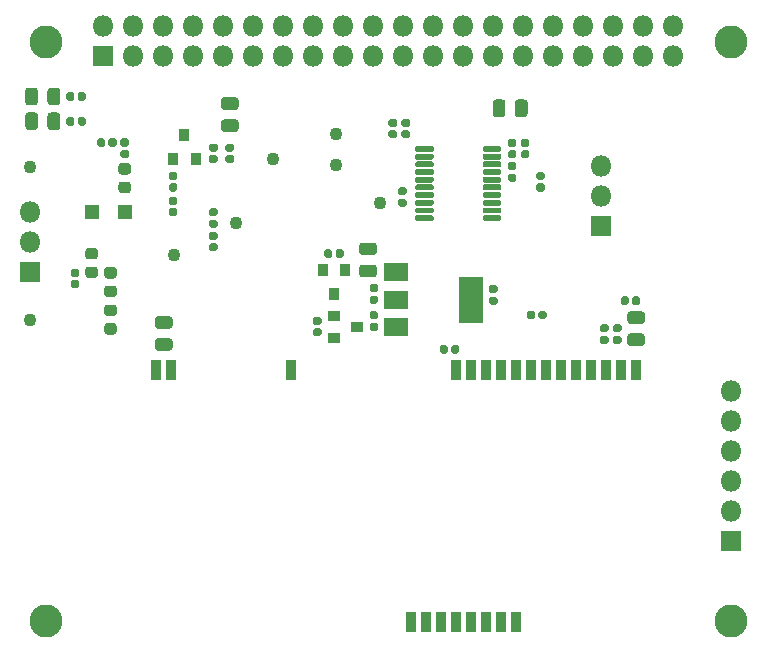
<source format=gbr>
G04 #@! TF.GenerationSoftware,KiCad,Pcbnew,(5.1.6)-1*
G04 #@! TF.CreationDate,2020-06-25T17:10:26+02:00*
G04 #@! TF.ProjectId,plc-EV-rpi,706c632d-4556-42d7-9270-692e6b696361,rev?*
G04 #@! TF.SameCoordinates,Original*
G04 #@! TF.FileFunction,Soldermask,Top*
G04 #@! TF.FilePolarity,Negative*
%FSLAX46Y46*%
G04 Gerber Fmt 4.6, Leading zero omitted, Abs format (unit mm)*
G04 Created by KiCad (PCBNEW (5.1.6)-1) date 2020-06-25 17:10:26*
%MOMM*%
%LPD*%
G01*
G04 APERTURE LIST*
%ADD10O,1.800000X1.800000*%
%ADD11R,1.800000X1.800000*%
%ADD12C,1.100000*%
%ADD13R,0.950000X1.800000*%
%ADD14R,2.100000X1.600000*%
%ADD15R,2.100000X3.900000*%
%ADD16R,1.000000X0.900000*%
%ADD17R,0.900000X1.000000*%
%ADD18R,1.200000X1.200000*%
%ADD19C,2.800000*%
G04 APERTURE END LIST*
G04 #@! TO.C,R601*
G36*
G01*
X182097500Y-91675000D02*
X181702500Y-91675000D01*
G75*
G02*
X181530000Y-91502500I0J172500D01*
G01*
X181530000Y-91157500D01*
G75*
G02*
X181702500Y-90985000I172500J0D01*
G01*
X182097500Y-90985000D01*
G75*
G02*
X182270000Y-91157500I0J-172500D01*
G01*
X182270000Y-91502500D01*
G75*
G02*
X182097500Y-91675000I-172500J0D01*
G01*
G37*
G36*
G01*
X182097500Y-92645000D02*
X181702500Y-92645000D01*
G75*
G02*
X181530000Y-92472500I0J172500D01*
G01*
X181530000Y-92127500D01*
G75*
G02*
X181702500Y-91955000I172500J0D01*
G01*
X182097500Y-91955000D01*
G75*
G02*
X182270000Y-92127500I0J-172500D01*
G01*
X182270000Y-92472500D01*
G75*
G02*
X182097500Y-92645000I-172500J0D01*
G01*
G37*
G04 #@! TD*
D10*
G04 #@! TO.C,J601*
X187000000Y-90460000D03*
X187000000Y-93000000D03*
D11*
X187000000Y-95540000D03*
G04 #@! TD*
G04 #@! TO.C,D601*
G36*
G01*
X179737500Y-86081250D02*
X179737500Y-85118750D01*
G75*
G02*
X180006250Y-84850000I268750J0D01*
G01*
X180543750Y-84850000D01*
G75*
G02*
X180812500Y-85118750I0J-268750D01*
G01*
X180812500Y-86081250D01*
G75*
G02*
X180543750Y-86350000I-268750J0D01*
G01*
X180006250Y-86350000D01*
G75*
G02*
X179737500Y-86081250I0J268750D01*
G01*
G37*
G36*
G01*
X177862500Y-86081250D02*
X177862500Y-85118750D01*
G75*
G02*
X178131250Y-84850000I268750J0D01*
G01*
X178668750Y-84850000D01*
G75*
G02*
X178937500Y-85118750I0J-268750D01*
G01*
X178937500Y-86081250D01*
G75*
G02*
X178668750Y-86350000I-268750J0D01*
G01*
X178131250Y-86350000D01*
G75*
G02*
X177862500Y-86081250I0J268750D01*
G01*
G37*
G04 #@! TD*
D12*
G04 #@! TO.C,TP603*
X168300000Y-93600000D03*
G04 #@! TD*
G04 #@! TO.C,TP602*
X164600000Y-90400000D03*
G04 #@! TD*
G04 #@! TO.C,TP601*
X164600000Y-87800000D03*
G04 #@! TD*
G04 #@! TO.C,TP401*
X138700000Y-103500000D03*
G04 #@! TD*
G04 #@! TO.C,TP304*
X156100000Y-95300000D03*
G04 #@! TD*
G04 #@! TO.C,TP303*
X150900000Y-98000000D03*
G04 #@! TD*
G04 #@! TO.C,TP302*
X159300000Y-89900000D03*
G04 #@! TD*
G04 #@! TO.C,TP301*
X138700000Y-90600000D03*
G04 #@! TD*
G04 #@! TO.C,U601*
G36*
G01*
X172862500Y-94775000D02*
X172862500Y-95025000D01*
G75*
G02*
X172737500Y-95150000I-125000J0D01*
G01*
X171412500Y-95150000D01*
G75*
G02*
X171287500Y-95025000I0J125000D01*
G01*
X171287500Y-94775000D01*
G75*
G02*
X171412500Y-94650000I125000J0D01*
G01*
X172737500Y-94650000D01*
G75*
G02*
X172862500Y-94775000I0J-125000D01*
G01*
G37*
G36*
G01*
X172862500Y-94125000D02*
X172862500Y-94375000D01*
G75*
G02*
X172737500Y-94500000I-125000J0D01*
G01*
X171412500Y-94500000D01*
G75*
G02*
X171287500Y-94375000I0J125000D01*
G01*
X171287500Y-94125000D01*
G75*
G02*
X171412500Y-94000000I125000J0D01*
G01*
X172737500Y-94000000D01*
G75*
G02*
X172862500Y-94125000I0J-125000D01*
G01*
G37*
G36*
G01*
X172862500Y-93475000D02*
X172862500Y-93725000D01*
G75*
G02*
X172737500Y-93850000I-125000J0D01*
G01*
X171412500Y-93850000D01*
G75*
G02*
X171287500Y-93725000I0J125000D01*
G01*
X171287500Y-93475000D01*
G75*
G02*
X171412500Y-93350000I125000J0D01*
G01*
X172737500Y-93350000D01*
G75*
G02*
X172862500Y-93475000I0J-125000D01*
G01*
G37*
G36*
G01*
X172862500Y-92825000D02*
X172862500Y-93075000D01*
G75*
G02*
X172737500Y-93200000I-125000J0D01*
G01*
X171412500Y-93200000D01*
G75*
G02*
X171287500Y-93075000I0J125000D01*
G01*
X171287500Y-92825000D01*
G75*
G02*
X171412500Y-92700000I125000J0D01*
G01*
X172737500Y-92700000D01*
G75*
G02*
X172862500Y-92825000I0J-125000D01*
G01*
G37*
G36*
G01*
X172862500Y-92175000D02*
X172862500Y-92425000D01*
G75*
G02*
X172737500Y-92550000I-125000J0D01*
G01*
X171412500Y-92550000D01*
G75*
G02*
X171287500Y-92425000I0J125000D01*
G01*
X171287500Y-92175000D01*
G75*
G02*
X171412500Y-92050000I125000J0D01*
G01*
X172737500Y-92050000D01*
G75*
G02*
X172862500Y-92175000I0J-125000D01*
G01*
G37*
G36*
G01*
X172862500Y-91525000D02*
X172862500Y-91775000D01*
G75*
G02*
X172737500Y-91900000I-125000J0D01*
G01*
X171412500Y-91900000D01*
G75*
G02*
X171287500Y-91775000I0J125000D01*
G01*
X171287500Y-91525000D01*
G75*
G02*
X171412500Y-91400000I125000J0D01*
G01*
X172737500Y-91400000D01*
G75*
G02*
X172862500Y-91525000I0J-125000D01*
G01*
G37*
G36*
G01*
X172862500Y-90875000D02*
X172862500Y-91125000D01*
G75*
G02*
X172737500Y-91250000I-125000J0D01*
G01*
X171412500Y-91250000D01*
G75*
G02*
X171287500Y-91125000I0J125000D01*
G01*
X171287500Y-90875000D01*
G75*
G02*
X171412500Y-90750000I125000J0D01*
G01*
X172737500Y-90750000D01*
G75*
G02*
X172862500Y-90875000I0J-125000D01*
G01*
G37*
G36*
G01*
X172862500Y-90225000D02*
X172862500Y-90475000D01*
G75*
G02*
X172737500Y-90600000I-125000J0D01*
G01*
X171412500Y-90600000D01*
G75*
G02*
X171287500Y-90475000I0J125000D01*
G01*
X171287500Y-90225000D01*
G75*
G02*
X171412500Y-90100000I125000J0D01*
G01*
X172737500Y-90100000D01*
G75*
G02*
X172862500Y-90225000I0J-125000D01*
G01*
G37*
G36*
G01*
X172862500Y-89575000D02*
X172862500Y-89825000D01*
G75*
G02*
X172737500Y-89950000I-125000J0D01*
G01*
X171412500Y-89950000D01*
G75*
G02*
X171287500Y-89825000I0J125000D01*
G01*
X171287500Y-89575000D01*
G75*
G02*
X171412500Y-89450000I125000J0D01*
G01*
X172737500Y-89450000D01*
G75*
G02*
X172862500Y-89575000I0J-125000D01*
G01*
G37*
G36*
G01*
X172862500Y-88925000D02*
X172862500Y-89175000D01*
G75*
G02*
X172737500Y-89300000I-125000J0D01*
G01*
X171412500Y-89300000D01*
G75*
G02*
X171287500Y-89175000I0J125000D01*
G01*
X171287500Y-88925000D01*
G75*
G02*
X171412500Y-88800000I125000J0D01*
G01*
X172737500Y-88800000D01*
G75*
G02*
X172862500Y-88925000I0J-125000D01*
G01*
G37*
G36*
G01*
X178587500Y-88925000D02*
X178587500Y-89175000D01*
G75*
G02*
X178462500Y-89300000I-125000J0D01*
G01*
X177137500Y-89300000D01*
G75*
G02*
X177012500Y-89175000I0J125000D01*
G01*
X177012500Y-88925000D01*
G75*
G02*
X177137500Y-88800000I125000J0D01*
G01*
X178462500Y-88800000D01*
G75*
G02*
X178587500Y-88925000I0J-125000D01*
G01*
G37*
G36*
G01*
X178587500Y-89575000D02*
X178587500Y-89825000D01*
G75*
G02*
X178462500Y-89950000I-125000J0D01*
G01*
X177137500Y-89950000D01*
G75*
G02*
X177012500Y-89825000I0J125000D01*
G01*
X177012500Y-89575000D01*
G75*
G02*
X177137500Y-89450000I125000J0D01*
G01*
X178462500Y-89450000D01*
G75*
G02*
X178587500Y-89575000I0J-125000D01*
G01*
G37*
G36*
G01*
X178587500Y-90225000D02*
X178587500Y-90475000D01*
G75*
G02*
X178462500Y-90600000I-125000J0D01*
G01*
X177137500Y-90600000D01*
G75*
G02*
X177012500Y-90475000I0J125000D01*
G01*
X177012500Y-90225000D01*
G75*
G02*
X177137500Y-90100000I125000J0D01*
G01*
X178462500Y-90100000D01*
G75*
G02*
X178587500Y-90225000I0J-125000D01*
G01*
G37*
G36*
G01*
X178587500Y-90875000D02*
X178587500Y-91125000D01*
G75*
G02*
X178462500Y-91250000I-125000J0D01*
G01*
X177137500Y-91250000D01*
G75*
G02*
X177012500Y-91125000I0J125000D01*
G01*
X177012500Y-90875000D01*
G75*
G02*
X177137500Y-90750000I125000J0D01*
G01*
X178462500Y-90750000D01*
G75*
G02*
X178587500Y-90875000I0J-125000D01*
G01*
G37*
G36*
G01*
X178587500Y-91525000D02*
X178587500Y-91775000D01*
G75*
G02*
X178462500Y-91900000I-125000J0D01*
G01*
X177137500Y-91900000D01*
G75*
G02*
X177012500Y-91775000I0J125000D01*
G01*
X177012500Y-91525000D01*
G75*
G02*
X177137500Y-91400000I125000J0D01*
G01*
X178462500Y-91400000D01*
G75*
G02*
X178587500Y-91525000I0J-125000D01*
G01*
G37*
G36*
G01*
X178587500Y-92175000D02*
X178587500Y-92425000D01*
G75*
G02*
X178462500Y-92550000I-125000J0D01*
G01*
X177137500Y-92550000D01*
G75*
G02*
X177012500Y-92425000I0J125000D01*
G01*
X177012500Y-92175000D01*
G75*
G02*
X177137500Y-92050000I125000J0D01*
G01*
X178462500Y-92050000D01*
G75*
G02*
X178587500Y-92175000I0J-125000D01*
G01*
G37*
G36*
G01*
X178587500Y-92825000D02*
X178587500Y-93075000D01*
G75*
G02*
X178462500Y-93200000I-125000J0D01*
G01*
X177137500Y-93200000D01*
G75*
G02*
X177012500Y-93075000I0J125000D01*
G01*
X177012500Y-92825000D01*
G75*
G02*
X177137500Y-92700000I125000J0D01*
G01*
X178462500Y-92700000D01*
G75*
G02*
X178587500Y-92825000I0J-125000D01*
G01*
G37*
G36*
G01*
X178587500Y-93475000D02*
X178587500Y-93725000D01*
G75*
G02*
X178462500Y-93850000I-125000J0D01*
G01*
X177137500Y-93850000D01*
G75*
G02*
X177012500Y-93725000I0J125000D01*
G01*
X177012500Y-93475000D01*
G75*
G02*
X177137500Y-93350000I125000J0D01*
G01*
X178462500Y-93350000D01*
G75*
G02*
X178587500Y-93475000I0J-125000D01*
G01*
G37*
G36*
G01*
X178587500Y-94125000D02*
X178587500Y-94375000D01*
G75*
G02*
X178462500Y-94500000I-125000J0D01*
G01*
X177137500Y-94500000D01*
G75*
G02*
X177012500Y-94375000I0J125000D01*
G01*
X177012500Y-94125000D01*
G75*
G02*
X177137500Y-94000000I125000J0D01*
G01*
X178462500Y-94000000D01*
G75*
G02*
X178587500Y-94125000I0J-125000D01*
G01*
G37*
G36*
G01*
X178587500Y-94775000D02*
X178587500Y-95025000D01*
G75*
G02*
X178462500Y-95150000I-125000J0D01*
G01*
X177137500Y-95150000D01*
G75*
G02*
X177012500Y-95025000I0J125000D01*
G01*
X177012500Y-94775000D01*
G75*
G02*
X177137500Y-94650000I125000J0D01*
G01*
X178462500Y-94650000D01*
G75*
G02*
X178587500Y-94775000I0J-125000D01*
G01*
G37*
G04 #@! TD*
D13*
G04 #@! TO.C,U502*
X179820000Y-129060000D03*
X178550000Y-129060000D03*
X177280000Y-129060000D03*
X176010000Y-129060000D03*
X174740000Y-129060000D03*
X173470000Y-129060000D03*
X172200000Y-129060000D03*
X170930000Y-129060000D03*
X149340000Y-107740000D03*
X150610000Y-107740000D03*
X160770000Y-107740000D03*
X174740000Y-107740000D03*
X176010000Y-107740000D03*
X177280000Y-107740000D03*
X178550000Y-107740000D03*
X179820000Y-107740000D03*
X181090000Y-107740000D03*
X182360000Y-107740000D03*
X183630000Y-107740000D03*
X184900000Y-107740000D03*
X186170000Y-107740000D03*
X187440000Y-107740000D03*
X188710000Y-107740000D03*
X189980000Y-107740000D03*
G04 #@! TD*
D14*
G04 #@! TO.C,U501*
X169700000Y-99500000D03*
X169700000Y-104100000D03*
X169700000Y-101800000D03*
D15*
X176000000Y-101800000D03*
G04 #@! TD*
G04 #@! TO.C,R509*
G36*
G01*
X167997500Y-101175000D02*
X167602500Y-101175000D01*
G75*
G02*
X167430000Y-101002500I0J172500D01*
G01*
X167430000Y-100657500D01*
G75*
G02*
X167602500Y-100485000I172500J0D01*
G01*
X167997500Y-100485000D01*
G75*
G02*
X168170000Y-100657500I0J-172500D01*
G01*
X168170000Y-101002500D01*
G75*
G02*
X167997500Y-101175000I-172500J0D01*
G01*
G37*
G36*
G01*
X167997500Y-102145000D02*
X167602500Y-102145000D01*
G75*
G02*
X167430000Y-101972500I0J172500D01*
G01*
X167430000Y-101627500D01*
G75*
G02*
X167602500Y-101455000I172500J0D01*
G01*
X167997500Y-101455000D01*
G75*
G02*
X168170000Y-101627500I0J-172500D01*
G01*
X168170000Y-101972500D01*
G75*
G02*
X167997500Y-102145000I-172500J0D01*
G01*
G37*
G04 #@! TD*
G04 #@! TO.C,R508*
G36*
G01*
X150481250Y-104262500D02*
X149518750Y-104262500D01*
G75*
G02*
X149250000Y-103993750I0J268750D01*
G01*
X149250000Y-103456250D01*
G75*
G02*
X149518750Y-103187500I268750J0D01*
G01*
X150481250Y-103187500D01*
G75*
G02*
X150750000Y-103456250I0J-268750D01*
G01*
X150750000Y-103993750D01*
G75*
G02*
X150481250Y-104262500I-268750J0D01*
G01*
G37*
G36*
G01*
X150481250Y-106137500D02*
X149518750Y-106137500D01*
G75*
G02*
X149250000Y-105868750I0J268750D01*
G01*
X149250000Y-105331250D01*
G75*
G02*
X149518750Y-105062500I268750J0D01*
G01*
X150481250Y-105062500D01*
G75*
G02*
X150750000Y-105331250I0J-268750D01*
G01*
X150750000Y-105868750D01*
G75*
G02*
X150481250Y-106137500I-268750J0D01*
G01*
G37*
G04 #@! TD*
G04 #@! TO.C,R507*
G36*
G01*
X174060000Y-105802500D02*
X174060000Y-106197500D01*
G75*
G02*
X173887500Y-106370000I-172500J0D01*
G01*
X173542500Y-106370000D01*
G75*
G02*
X173370000Y-106197500I0J172500D01*
G01*
X173370000Y-105802500D01*
G75*
G02*
X173542500Y-105630000I172500J0D01*
G01*
X173887500Y-105630000D01*
G75*
G02*
X174060000Y-105802500I0J-172500D01*
G01*
G37*
G36*
G01*
X175030000Y-105802500D02*
X175030000Y-106197500D01*
G75*
G02*
X174857500Y-106370000I-172500J0D01*
G01*
X174512500Y-106370000D01*
G75*
G02*
X174340000Y-106197500I0J172500D01*
G01*
X174340000Y-105802500D01*
G75*
G02*
X174512500Y-105630000I172500J0D01*
G01*
X174857500Y-105630000D01*
G75*
G02*
X175030000Y-105802500I0J-172500D01*
G01*
G37*
G04 #@! TD*
G04 #@! TO.C,R506*
G36*
G01*
X164275000Y-97702500D02*
X164275000Y-98097500D01*
G75*
G02*
X164102500Y-98270000I-172500J0D01*
G01*
X163757500Y-98270000D01*
G75*
G02*
X163585000Y-98097500I0J172500D01*
G01*
X163585000Y-97702500D01*
G75*
G02*
X163757500Y-97530000I172500J0D01*
G01*
X164102500Y-97530000D01*
G75*
G02*
X164275000Y-97702500I0J-172500D01*
G01*
G37*
G36*
G01*
X165245000Y-97702500D02*
X165245000Y-98097500D01*
G75*
G02*
X165072500Y-98270000I-172500J0D01*
G01*
X164727500Y-98270000D01*
G75*
G02*
X164555000Y-98097500I0J172500D01*
G01*
X164555000Y-97702500D01*
G75*
G02*
X164727500Y-97530000I172500J0D01*
G01*
X165072500Y-97530000D01*
G75*
G02*
X165245000Y-97702500I0J-172500D01*
G01*
G37*
G04 #@! TD*
G04 #@! TO.C,R505*
G36*
G01*
X163197500Y-103945000D02*
X162802500Y-103945000D01*
G75*
G02*
X162630000Y-103772500I0J172500D01*
G01*
X162630000Y-103427500D01*
G75*
G02*
X162802500Y-103255000I172500J0D01*
G01*
X163197500Y-103255000D01*
G75*
G02*
X163370000Y-103427500I0J-172500D01*
G01*
X163370000Y-103772500D01*
G75*
G02*
X163197500Y-103945000I-172500J0D01*
G01*
G37*
G36*
G01*
X163197500Y-104915000D02*
X162802500Y-104915000D01*
G75*
G02*
X162630000Y-104742500I0J172500D01*
G01*
X162630000Y-104397500D01*
G75*
G02*
X162802500Y-104225000I172500J0D01*
G01*
X163197500Y-104225000D01*
G75*
G02*
X163370000Y-104397500I0J-172500D01*
G01*
X163370000Y-104742500D01*
G75*
G02*
X163197500Y-104915000I-172500J0D01*
G01*
G37*
G04 #@! TD*
G04 #@! TO.C,R504*
G36*
G01*
X181445000Y-102902500D02*
X181445000Y-103297500D01*
G75*
G02*
X181272500Y-103470000I-172500J0D01*
G01*
X180927500Y-103470000D01*
G75*
G02*
X180755000Y-103297500I0J172500D01*
G01*
X180755000Y-102902500D01*
G75*
G02*
X180927500Y-102730000I172500J0D01*
G01*
X181272500Y-102730000D01*
G75*
G02*
X181445000Y-102902500I0J-172500D01*
G01*
G37*
G36*
G01*
X182415000Y-102902500D02*
X182415000Y-103297500D01*
G75*
G02*
X182242500Y-103470000I-172500J0D01*
G01*
X181897500Y-103470000D01*
G75*
G02*
X181725000Y-103297500I0J172500D01*
G01*
X181725000Y-102902500D01*
G75*
G02*
X181897500Y-102730000I172500J0D01*
G01*
X182242500Y-102730000D01*
G75*
G02*
X182415000Y-102902500I0J-172500D01*
G01*
G37*
G04 #@! TD*
G04 #@! TO.C,R503*
G36*
G01*
X187497500Y-104575000D02*
X187102500Y-104575000D01*
G75*
G02*
X186930000Y-104402500I0J172500D01*
G01*
X186930000Y-104057500D01*
G75*
G02*
X187102500Y-103885000I172500J0D01*
G01*
X187497500Y-103885000D01*
G75*
G02*
X187670000Y-104057500I0J-172500D01*
G01*
X187670000Y-104402500D01*
G75*
G02*
X187497500Y-104575000I-172500J0D01*
G01*
G37*
G36*
G01*
X187497500Y-105545000D02*
X187102500Y-105545000D01*
G75*
G02*
X186930000Y-105372500I0J172500D01*
G01*
X186930000Y-105027500D01*
G75*
G02*
X187102500Y-104855000I172500J0D01*
G01*
X187497500Y-104855000D01*
G75*
G02*
X187670000Y-105027500I0J-172500D01*
G01*
X187670000Y-105372500D01*
G75*
G02*
X187497500Y-105545000I-172500J0D01*
G01*
G37*
G04 #@! TD*
G04 #@! TO.C,R502*
G36*
G01*
X188597500Y-104575000D02*
X188202500Y-104575000D01*
G75*
G02*
X188030000Y-104402500I0J172500D01*
G01*
X188030000Y-104057500D01*
G75*
G02*
X188202500Y-103885000I172500J0D01*
G01*
X188597500Y-103885000D01*
G75*
G02*
X188770000Y-104057500I0J-172500D01*
G01*
X188770000Y-104402500D01*
G75*
G02*
X188597500Y-104575000I-172500J0D01*
G01*
G37*
G36*
G01*
X188597500Y-105545000D02*
X188202500Y-105545000D01*
G75*
G02*
X188030000Y-105372500I0J172500D01*
G01*
X188030000Y-105027500D01*
G75*
G02*
X188202500Y-104855000I172500J0D01*
G01*
X188597500Y-104855000D01*
G75*
G02*
X188770000Y-105027500I0J-172500D01*
G01*
X188770000Y-105372500D01*
G75*
G02*
X188597500Y-105545000I-172500J0D01*
G01*
G37*
G04 #@! TD*
G04 #@! TO.C,R501*
G36*
G01*
X189655000Y-102097500D02*
X189655000Y-101702500D01*
G75*
G02*
X189827500Y-101530000I172500J0D01*
G01*
X190172500Y-101530000D01*
G75*
G02*
X190345000Y-101702500I0J-172500D01*
G01*
X190345000Y-102097500D01*
G75*
G02*
X190172500Y-102270000I-172500J0D01*
G01*
X189827500Y-102270000D01*
G75*
G02*
X189655000Y-102097500I0J172500D01*
G01*
G37*
G36*
G01*
X188685000Y-102097500D02*
X188685000Y-101702500D01*
G75*
G02*
X188857500Y-101530000I172500J0D01*
G01*
X189202500Y-101530000D01*
G75*
G02*
X189375000Y-101702500I0J-172500D01*
G01*
X189375000Y-102097500D01*
G75*
G02*
X189202500Y-102270000I-172500J0D01*
G01*
X188857500Y-102270000D01*
G75*
G02*
X188685000Y-102097500I0J172500D01*
G01*
G37*
G04 #@! TD*
G04 #@! TO.C,R404*
G36*
G01*
X145218750Y-103787500D02*
X145781250Y-103787500D01*
G75*
G02*
X146025000Y-104031250I0J-243750D01*
G01*
X146025000Y-104518750D01*
G75*
G02*
X145781250Y-104762500I-243750J0D01*
G01*
X145218750Y-104762500D01*
G75*
G02*
X144975000Y-104518750I0J243750D01*
G01*
X144975000Y-104031250D01*
G75*
G02*
X145218750Y-103787500I243750J0D01*
G01*
G37*
G36*
G01*
X145218750Y-102212500D02*
X145781250Y-102212500D01*
G75*
G02*
X146025000Y-102456250I0J-243750D01*
G01*
X146025000Y-102943750D01*
G75*
G02*
X145781250Y-103187500I-243750J0D01*
G01*
X145218750Y-103187500D01*
G75*
G02*
X144975000Y-102943750I0J243750D01*
G01*
X144975000Y-102456250D01*
G75*
G02*
X145218750Y-102212500I243750J0D01*
G01*
G37*
G04 #@! TD*
G04 #@! TO.C,R403*
G36*
G01*
X145218750Y-100612500D02*
X145781250Y-100612500D01*
G75*
G02*
X146025000Y-100856250I0J-243750D01*
G01*
X146025000Y-101343750D01*
G75*
G02*
X145781250Y-101587500I-243750J0D01*
G01*
X145218750Y-101587500D01*
G75*
G02*
X144975000Y-101343750I0J243750D01*
G01*
X144975000Y-100856250D01*
G75*
G02*
X145218750Y-100612500I243750J0D01*
G01*
G37*
G36*
G01*
X145218750Y-99037500D02*
X145781250Y-99037500D01*
G75*
G02*
X146025000Y-99281250I0J-243750D01*
G01*
X146025000Y-99768750D01*
G75*
G02*
X145781250Y-100012500I-243750J0D01*
G01*
X145218750Y-100012500D01*
G75*
G02*
X144975000Y-99768750I0J243750D01*
G01*
X144975000Y-99281250D01*
G75*
G02*
X145218750Y-99037500I243750J0D01*
G01*
G37*
G04 #@! TD*
G04 #@! TO.C,R402*
G36*
G01*
X143618750Y-99000000D02*
X144181250Y-99000000D01*
G75*
G02*
X144425000Y-99243750I0J-243750D01*
G01*
X144425000Y-99731250D01*
G75*
G02*
X144181250Y-99975000I-243750J0D01*
G01*
X143618750Y-99975000D01*
G75*
G02*
X143375000Y-99731250I0J243750D01*
G01*
X143375000Y-99243750D01*
G75*
G02*
X143618750Y-99000000I243750J0D01*
G01*
G37*
G36*
G01*
X143618750Y-97425000D02*
X144181250Y-97425000D01*
G75*
G02*
X144425000Y-97668750I0J-243750D01*
G01*
X144425000Y-98156250D01*
G75*
G02*
X144181250Y-98400000I-243750J0D01*
G01*
X143618750Y-98400000D01*
G75*
G02*
X143375000Y-98156250I0J243750D01*
G01*
X143375000Y-97668750D01*
G75*
G02*
X143618750Y-97425000I243750J0D01*
G01*
G37*
G04 #@! TD*
G04 #@! TO.C,R401*
G36*
G01*
X142302500Y-100140000D02*
X142697500Y-100140000D01*
G75*
G02*
X142870000Y-100312500I0J-172500D01*
G01*
X142870000Y-100657500D01*
G75*
G02*
X142697500Y-100830000I-172500J0D01*
G01*
X142302500Y-100830000D01*
G75*
G02*
X142130000Y-100657500I0J172500D01*
G01*
X142130000Y-100312500D01*
G75*
G02*
X142302500Y-100140000I172500J0D01*
G01*
G37*
G36*
G01*
X142302500Y-99170000D02*
X142697500Y-99170000D01*
G75*
G02*
X142870000Y-99342500I0J-172500D01*
G01*
X142870000Y-99687500D01*
G75*
G02*
X142697500Y-99860000I-172500J0D01*
G01*
X142302500Y-99860000D01*
G75*
G02*
X142130000Y-99687500I0J172500D01*
G01*
X142130000Y-99342500D01*
G75*
G02*
X142302500Y-99170000I172500J0D01*
G01*
G37*
G04 #@! TD*
G04 #@! TO.C,R308*
G36*
G01*
X154397500Y-96745000D02*
X154002500Y-96745000D01*
G75*
G02*
X153830000Y-96572500I0J172500D01*
G01*
X153830000Y-96227500D01*
G75*
G02*
X154002500Y-96055000I172500J0D01*
G01*
X154397500Y-96055000D01*
G75*
G02*
X154570000Y-96227500I0J-172500D01*
G01*
X154570000Y-96572500D01*
G75*
G02*
X154397500Y-96745000I-172500J0D01*
G01*
G37*
G36*
G01*
X154397500Y-97715000D02*
X154002500Y-97715000D01*
G75*
G02*
X153830000Y-97542500I0J172500D01*
G01*
X153830000Y-97197500D01*
G75*
G02*
X154002500Y-97025000I172500J0D01*
G01*
X154397500Y-97025000D01*
G75*
G02*
X154570000Y-97197500I0J-172500D01*
G01*
X154570000Y-97542500D01*
G75*
G02*
X154397500Y-97715000I-172500J0D01*
G01*
G37*
G04 #@! TD*
G04 #@! TO.C,R307*
G36*
G01*
X154397500Y-94745000D02*
X154002500Y-94745000D01*
G75*
G02*
X153830000Y-94572500I0J172500D01*
G01*
X153830000Y-94227500D01*
G75*
G02*
X154002500Y-94055000I172500J0D01*
G01*
X154397500Y-94055000D01*
G75*
G02*
X154570000Y-94227500I0J-172500D01*
G01*
X154570000Y-94572500D01*
G75*
G02*
X154397500Y-94745000I-172500J0D01*
G01*
G37*
G36*
G01*
X154397500Y-95715000D02*
X154002500Y-95715000D01*
G75*
G02*
X153830000Y-95542500I0J172500D01*
G01*
X153830000Y-95197500D01*
G75*
G02*
X154002500Y-95025000I172500J0D01*
G01*
X154397500Y-95025000D01*
G75*
G02*
X154570000Y-95197500I0J-172500D01*
G01*
X154570000Y-95542500D01*
G75*
G02*
X154397500Y-95715000I-172500J0D01*
G01*
G37*
G04 #@! TD*
G04 #@! TO.C,R306*
G36*
G01*
X150602500Y-91955000D02*
X150997500Y-91955000D01*
G75*
G02*
X151170000Y-92127500I0J-172500D01*
G01*
X151170000Y-92472500D01*
G75*
G02*
X150997500Y-92645000I-172500J0D01*
G01*
X150602500Y-92645000D01*
G75*
G02*
X150430000Y-92472500I0J172500D01*
G01*
X150430000Y-92127500D01*
G75*
G02*
X150602500Y-91955000I172500J0D01*
G01*
G37*
G36*
G01*
X150602500Y-90985000D02*
X150997500Y-90985000D01*
G75*
G02*
X151170000Y-91157500I0J-172500D01*
G01*
X151170000Y-91502500D01*
G75*
G02*
X150997500Y-91675000I-172500J0D01*
G01*
X150602500Y-91675000D01*
G75*
G02*
X150430000Y-91502500I0J172500D01*
G01*
X150430000Y-91157500D01*
G75*
G02*
X150602500Y-90985000I172500J0D01*
G01*
G37*
G04 #@! TD*
G04 #@! TO.C,R305*
G36*
G01*
X150602500Y-94055000D02*
X150997500Y-94055000D01*
G75*
G02*
X151170000Y-94227500I0J-172500D01*
G01*
X151170000Y-94572500D01*
G75*
G02*
X150997500Y-94745000I-172500J0D01*
G01*
X150602500Y-94745000D01*
G75*
G02*
X150430000Y-94572500I0J172500D01*
G01*
X150430000Y-94227500D01*
G75*
G02*
X150602500Y-94055000I172500J0D01*
G01*
G37*
G36*
G01*
X150602500Y-93085000D02*
X150997500Y-93085000D01*
G75*
G02*
X151170000Y-93257500I0J-172500D01*
G01*
X151170000Y-93602500D01*
G75*
G02*
X150997500Y-93775000I-172500J0D01*
G01*
X150602500Y-93775000D01*
G75*
G02*
X150430000Y-93602500I0J172500D01*
G01*
X150430000Y-93257500D01*
G75*
G02*
X150602500Y-93085000I172500J0D01*
G01*
G37*
G04 #@! TD*
G04 #@! TO.C,R304*
G36*
G01*
X154002500Y-89555000D02*
X154397500Y-89555000D01*
G75*
G02*
X154570000Y-89727500I0J-172500D01*
G01*
X154570000Y-90072500D01*
G75*
G02*
X154397500Y-90245000I-172500J0D01*
G01*
X154002500Y-90245000D01*
G75*
G02*
X153830000Y-90072500I0J172500D01*
G01*
X153830000Y-89727500D01*
G75*
G02*
X154002500Y-89555000I172500J0D01*
G01*
G37*
G36*
G01*
X154002500Y-88585000D02*
X154397500Y-88585000D01*
G75*
G02*
X154570000Y-88757500I0J-172500D01*
G01*
X154570000Y-89102500D01*
G75*
G02*
X154397500Y-89275000I-172500J0D01*
G01*
X154002500Y-89275000D01*
G75*
G02*
X153830000Y-89102500I0J172500D01*
G01*
X153830000Y-88757500D01*
G75*
G02*
X154002500Y-88585000I172500J0D01*
G01*
G37*
G04 #@! TD*
G04 #@! TO.C,R303*
G36*
G01*
X146418750Y-91812500D02*
X146981250Y-91812500D01*
G75*
G02*
X147225000Y-92056250I0J-243750D01*
G01*
X147225000Y-92543750D01*
G75*
G02*
X146981250Y-92787500I-243750J0D01*
G01*
X146418750Y-92787500D01*
G75*
G02*
X146175000Y-92543750I0J243750D01*
G01*
X146175000Y-92056250D01*
G75*
G02*
X146418750Y-91812500I243750J0D01*
G01*
G37*
G36*
G01*
X146418750Y-90237500D02*
X146981250Y-90237500D01*
G75*
G02*
X147225000Y-90481250I0J-243750D01*
G01*
X147225000Y-90968750D01*
G75*
G02*
X146981250Y-91212500I-243750J0D01*
G01*
X146418750Y-91212500D01*
G75*
G02*
X146175000Y-90968750I0J243750D01*
G01*
X146175000Y-90481250D01*
G75*
G02*
X146418750Y-90237500I243750J0D01*
G01*
G37*
G04 #@! TD*
G04 #@! TO.C,R302*
G36*
G01*
X146502500Y-89125000D02*
X146897500Y-89125000D01*
G75*
G02*
X147070000Y-89297500I0J-172500D01*
G01*
X147070000Y-89642500D01*
G75*
G02*
X146897500Y-89815000I-172500J0D01*
G01*
X146502500Y-89815000D01*
G75*
G02*
X146330000Y-89642500I0J172500D01*
G01*
X146330000Y-89297500D01*
G75*
G02*
X146502500Y-89125000I172500J0D01*
G01*
G37*
G36*
G01*
X146502500Y-88155000D02*
X146897500Y-88155000D01*
G75*
G02*
X147070000Y-88327500I0J-172500D01*
G01*
X147070000Y-88672500D01*
G75*
G02*
X146897500Y-88845000I-172500J0D01*
G01*
X146502500Y-88845000D01*
G75*
G02*
X146330000Y-88672500I0J172500D01*
G01*
X146330000Y-88327500D01*
G75*
G02*
X146502500Y-88155000I172500J0D01*
G01*
G37*
G04 #@! TD*
G04 #@! TO.C,R301*
G36*
G01*
X145325000Y-88697500D02*
X145325000Y-88302500D01*
G75*
G02*
X145497500Y-88130000I172500J0D01*
G01*
X145842500Y-88130000D01*
G75*
G02*
X146015000Y-88302500I0J-172500D01*
G01*
X146015000Y-88697500D01*
G75*
G02*
X145842500Y-88870000I-172500J0D01*
G01*
X145497500Y-88870000D01*
G75*
G02*
X145325000Y-88697500I0J172500D01*
G01*
G37*
G36*
G01*
X144355000Y-88697500D02*
X144355000Y-88302500D01*
G75*
G02*
X144527500Y-88130000I172500J0D01*
G01*
X144872500Y-88130000D01*
G75*
G02*
X145045000Y-88302500I0J-172500D01*
G01*
X145045000Y-88697500D01*
G75*
G02*
X144872500Y-88870000I-172500J0D01*
G01*
X144527500Y-88870000D01*
G75*
G02*
X144355000Y-88697500I0J172500D01*
G01*
G37*
G04 #@! TD*
G04 #@! TO.C,R207*
G36*
G01*
X169202500Y-87455000D02*
X169597500Y-87455000D01*
G75*
G02*
X169770000Y-87627500I0J-172500D01*
G01*
X169770000Y-87972500D01*
G75*
G02*
X169597500Y-88145000I-172500J0D01*
G01*
X169202500Y-88145000D01*
G75*
G02*
X169030000Y-87972500I0J172500D01*
G01*
X169030000Y-87627500D01*
G75*
G02*
X169202500Y-87455000I172500J0D01*
G01*
G37*
G36*
G01*
X169202500Y-86485000D02*
X169597500Y-86485000D01*
G75*
G02*
X169770000Y-86657500I0J-172500D01*
G01*
X169770000Y-87002500D01*
G75*
G02*
X169597500Y-87175000I-172500J0D01*
G01*
X169202500Y-87175000D01*
G75*
G02*
X169030000Y-87002500I0J172500D01*
G01*
X169030000Y-86657500D01*
G75*
G02*
X169202500Y-86485000I172500J0D01*
G01*
G37*
G04 #@! TD*
G04 #@! TO.C,R206*
G36*
G01*
X170302500Y-87455000D02*
X170697500Y-87455000D01*
G75*
G02*
X170870000Y-87627500I0J-172500D01*
G01*
X170870000Y-87972500D01*
G75*
G02*
X170697500Y-88145000I-172500J0D01*
G01*
X170302500Y-88145000D01*
G75*
G02*
X170130000Y-87972500I0J172500D01*
G01*
X170130000Y-87627500D01*
G75*
G02*
X170302500Y-87455000I172500J0D01*
G01*
G37*
G36*
G01*
X170302500Y-86485000D02*
X170697500Y-86485000D01*
G75*
G02*
X170870000Y-86657500I0J-172500D01*
G01*
X170870000Y-87002500D01*
G75*
G02*
X170697500Y-87175000I-172500J0D01*
G01*
X170302500Y-87175000D01*
G75*
G02*
X170130000Y-87002500I0J172500D01*
G01*
X170130000Y-86657500D01*
G75*
G02*
X170302500Y-86485000I172500J0D01*
G01*
G37*
G04 #@! TD*
G04 #@! TO.C,R205*
G36*
G01*
X142445000Y-86502500D02*
X142445000Y-86897500D01*
G75*
G02*
X142272500Y-87070000I-172500J0D01*
G01*
X141927500Y-87070000D01*
G75*
G02*
X141755000Y-86897500I0J172500D01*
G01*
X141755000Y-86502500D01*
G75*
G02*
X141927500Y-86330000I172500J0D01*
G01*
X142272500Y-86330000D01*
G75*
G02*
X142445000Y-86502500I0J-172500D01*
G01*
G37*
G36*
G01*
X143415000Y-86502500D02*
X143415000Y-86897500D01*
G75*
G02*
X143242500Y-87070000I-172500J0D01*
G01*
X142897500Y-87070000D01*
G75*
G02*
X142725000Y-86897500I0J172500D01*
G01*
X142725000Y-86502500D01*
G75*
G02*
X142897500Y-86330000I172500J0D01*
G01*
X143242500Y-86330000D01*
G75*
G02*
X143415000Y-86502500I0J-172500D01*
G01*
G37*
G04 #@! TD*
G04 #@! TO.C,R203*
G36*
G01*
X142445000Y-84402500D02*
X142445000Y-84797500D01*
G75*
G02*
X142272500Y-84970000I-172500J0D01*
G01*
X141927500Y-84970000D01*
G75*
G02*
X141755000Y-84797500I0J172500D01*
G01*
X141755000Y-84402500D01*
G75*
G02*
X141927500Y-84230000I172500J0D01*
G01*
X142272500Y-84230000D01*
G75*
G02*
X142445000Y-84402500I0J-172500D01*
G01*
G37*
G36*
G01*
X143415000Y-84402500D02*
X143415000Y-84797500D01*
G75*
G02*
X143242500Y-84970000I-172500J0D01*
G01*
X142897500Y-84970000D01*
G75*
G02*
X142725000Y-84797500I0J172500D01*
G01*
X142725000Y-84402500D01*
G75*
G02*
X142897500Y-84230000I172500J0D01*
G01*
X143242500Y-84230000D01*
G75*
G02*
X143415000Y-84402500I0J-172500D01*
G01*
G37*
G04 #@! TD*
G04 #@! TO.C,R202*
G36*
G01*
X155797500Y-89275000D02*
X155402500Y-89275000D01*
G75*
G02*
X155230000Y-89102500I0J172500D01*
G01*
X155230000Y-88757500D01*
G75*
G02*
X155402500Y-88585000I172500J0D01*
G01*
X155797500Y-88585000D01*
G75*
G02*
X155970000Y-88757500I0J-172500D01*
G01*
X155970000Y-89102500D01*
G75*
G02*
X155797500Y-89275000I-172500J0D01*
G01*
G37*
G36*
G01*
X155797500Y-90245000D02*
X155402500Y-90245000D01*
G75*
G02*
X155230000Y-90072500I0J172500D01*
G01*
X155230000Y-89727500D01*
G75*
G02*
X155402500Y-89555000I172500J0D01*
G01*
X155797500Y-89555000D01*
G75*
G02*
X155970000Y-89727500I0J-172500D01*
G01*
X155970000Y-90072500D01*
G75*
G02*
X155797500Y-90245000I-172500J0D01*
G01*
G37*
G04 #@! TD*
G04 #@! TO.C,R201*
G36*
G01*
X170002500Y-93255000D02*
X170397500Y-93255000D01*
G75*
G02*
X170570000Y-93427500I0J-172500D01*
G01*
X170570000Y-93772500D01*
G75*
G02*
X170397500Y-93945000I-172500J0D01*
G01*
X170002500Y-93945000D01*
G75*
G02*
X169830000Y-93772500I0J172500D01*
G01*
X169830000Y-93427500D01*
G75*
G02*
X170002500Y-93255000I172500J0D01*
G01*
G37*
G36*
G01*
X170002500Y-92285000D02*
X170397500Y-92285000D01*
G75*
G02*
X170570000Y-92457500I0J-172500D01*
G01*
X170570000Y-92802500D01*
G75*
G02*
X170397500Y-92975000I-172500J0D01*
G01*
X170002500Y-92975000D01*
G75*
G02*
X169830000Y-92802500I0J172500D01*
G01*
X169830000Y-92457500D01*
G75*
G02*
X170002500Y-92285000I172500J0D01*
G01*
G37*
G04 #@! TD*
D16*
G04 #@! TO.C,Q502*
X166400000Y-104100000D03*
X164400000Y-105050000D03*
X164400000Y-103150000D03*
G04 #@! TD*
D17*
G04 #@! TO.C,Q501*
X164400000Y-101300000D03*
X163450000Y-99300000D03*
X165350000Y-99300000D03*
G04 #@! TD*
G04 #@! TO.C,Q301*
X151750000Y-87900000D03*
X152700000Y-89900000D03*
X150800000Y-89900000D03*
G04 #@! TD*
D10*
G04 #@! TO.C,J501*
X198000000Y-109500000D03*
X198000000Y-112040000D03*
X198000000Y-114580000D03*
X198000000Y-117120000D03*
X198000000Y-119660000D03*
D11*
X198000000Y-122200000D03*
G04 #@! TD*
D10*
G04 #@! TO.C,J201*
X193160000Y-78660000D03*
X193160000Y-81200000D03*
X190620000Y-78660000D03*
X190620000Y-81200000D03*
X188080000Y-78660000D03*
X188080000Y-81200000D03*
X185540000Y-78660000D03*
X185540000Y-81200000D03*
X183000000Y-78660000D03*
X183000000Y-81200000D03*
X180460000Y-78660000D03*
X180460000Y-81200000D03*
X177920000Y-78660000D03*
X177920000Y-81200000D03*
X175380000Y-78660000D03*
X175380000Y-81200000D03*
X172840000Y-78660000D03*
X172840000Y-81200000D03*
X170300000Y-78660000D03*
X170300000Y-81200000D03*
X167760000Y-78660000D03*
X167760000Y-81200000D03*
X165220000Y-78660000D03*
X165220000Y-81200000D03*
X162680000Y-78660000D03*
X162680000Y-81200000D03*
X160140000Y-78660000D03*
X160140000Y-81200000D03*
X157600000Y-78660000D03*
X157600000Y-81200000D03*
X155060000Y-78660000D03*
X155060000Y-81200000D03*
X152520000Y-78660000D03*
X152520000Y-81200000D03*
X149980000Y-78660000D03*
X149980000Y-81200000D03*
X147440000Y-78660000D03*
X147440000Y-81200000D03*
X144900000Y-78660000D03*
D11*
X144900000Y-81200000D03*
G04 #@! TD*
D10*
G04 #@! TO.C,J101*
X138700000Y-94420000D03*
X138700000Y-96960000D03*
D11*
X138700000Y-99500000D03*
G04 #@! TD*
G04 #@! TO.C,D502*
G36*
G01*
X166818750Y-98837500D02*
X167781250Y-98837500D01*
G75*
G02*
X168050000Y-99106250I0J-268750D01*
G01*
X168050000Y-99643750D01*
G75*
G02*
X167781250Y-99912500I-268750J0D01*
G01*
X166818750Y-99912500D01*
G75*
G02*
X166550000Y-99643750I0J268750D01*
G01*
X166550000Y-99106250D01*
G75*
G02*
X166818750Y-98837500I268750J0D01*
G01*
G37*
G36*
G01*
X166818750Y-96962500D02*
X167781250Y-96962500D01*
G75*
G02*
X168050000Y-97231250I0J-268750D01*
G01*
X168050000Y-97768750D01*
G75*
G02*
X167781250Y-98037500I-268750J0D01*
G01*
X166818750Y-98037500D01*
G75*
G02*
X166550000Y-97768750I0J268750D01*
G01*
X166550000Y-97231250D01*
G75*
G02*
X166818750Y-96962500I268750J0D01*
G01*
G37*
G04 #@! TD*
G04 #@! TO.C,D501*
G36*
G01*
X190481250Y-103862500D02*
X189518750Y-103862500D01*
G75*
G02*
X189250000Y-103593750I0J268750D01*
G01*
X189250000Y-103056250D01*
G75*
G02*
X189518750Y-102787500I268750J0D01*
G01*
X190481250Y-102787500D01*
G75*
G02*
X190750000Y-103056250I0J-268750D01*
G01*
X190750000Y-103593750D01*
G75*
G02*
X190481250Y-103862500I-268750J0D01*
G01*
G37*
G36*
G01*
X190481250Y-105737500D02*
X189518750Y-105737500D01*
G75*
G02*
X189250000Y-105468750I0J268750D01*
G01*
X189250000Y-104931250D01*
G75*
G02*
X189518750Y-104662500I268750J0D01*
G01*
X190481250Y-104662500D01*
G75*
G02*
X190750000Y-104931250I0J-268750D01*
G01*
X190750000Y-105468750D01*
G75*
G02*
X190481250Y-105737500I-268750J0D01*
G01*
G37*
G04 #@! TD*
D18*
G04 #@! TO.C,D301*
X143900000Y-94400000D03*
X146700000Y-94400000D03*
G04 #@! TD*
G04 #@! TO.C,D203*
G36*
G01*
X140162500Y-87181250D02*
X140162500Y-86218750D01*
G75*
G02*
X140431250Y-85950000I268750J0D01*
G01*
X140968750Y-85950000D01*
G75*
G02*
X141237500Y-86218750I0J-268750D01*
G01*
X141237500Y-87181250D01*
G75*
G02*
X140968750Y-87450000I-268750J0D01*
G01*
X140431250Y-87450000D01*
G75*
G02*
X140162500Y-87181250I0J268750D01*
G01*
G37*
G36*
G01*
X138287500Y-87181250D02*
X138287500Y-86218750D01*
G75*
G02*
X138556250Y-85950000I268750J0D01*
G01*
X139093750Y-85950000D01*
G75*
G02*
X139362500Y-86218750I0J-268750D01*
G01*
X139362500Y-87181250D01*
G75*
G02*
X139093750Y-87450000I-268750J0D01*
G01*
X138556250Y-87450000D01*
G75*
G02*
X138287500Y-87181250I0J268750D01*
G01*
G37*
G04 #@! TD*
G04 #@! TO.C,D202*
G36*
G01*
X140162500Y-85081250D02*
X140162500Y-84118750D01*
G75*
G02*
X140431250Y-83850000I268750J0D01*
G01*
X140968750Y-83850000D01*
G75*
G02*
X141237500Y-84118750I0J-268750D01*
G01*
X141237500Y-85081250D01*
G75*
G02*
X140968750Y-85350000I-268750J0D01*
G01*
X140431250Y-85350000D01*
G75*
G02*
X140162500Y-85081250I0J268750D01*
G01*
G37*
G36*
G01*
X138287500Y-85081250D02*
X138287500Y-84118750D01*
G75*
G02*
X138556250Y-83850000I268750J0D01*
G01*
X139093750Y-83850000D01*
G75*
G02*
X139362500Y-84118750I0J-268750D01*
G01*
X139362500Y-85081250D01*
G75*
G02*
X139093750Y-85350000I-268750J0D01*
G01*
X138556250Y-85350000D01*
G75*
G02*
X138287500Y-85081250I0J268750D01*
G01*
G37*
G04 #@! TD*
G04 #@! TO.C,D201*
G36*
G01*
X155118750Y-86537500D02*
X156081250Y-86537500D01*
G75*
G02*
X156350000Y-86806250I0J-268750D01*
G01*
X156350000Y-87343750D01*
G75*
G02*
X156081250Y-87612500I-268750J0D01*
G01*
X155118750Y-87612500D01*
G75*
G02*
X154850000Y-87343750I0J268750D01*
G01*
X154850000Y-86806250D01*
G75*
G02*
X155118750Y-86537500I268750J0D01*
G01*
G37*
G36*
G01*
X155118750Y-84662500D02*
X156081250Y-84662500D01*
G75*
G02*
X156350000Y-84931250I0J-268750D01*
G01*
X156350000Y-85468750D01*
G75*
G02*
X156081250Y-85737500I-268750J0D01*
G01*
X155118750Y-85737500D01*
G75*
G02*
X154850000Y-85468750I0J268750D01*
G01*
X154850000Y-84931250D01*
G75*
G02*
X155118750Y-84662500I268750J0D01*
G01*
G37*
G04 #@! TD*
G04 #@! TO.C,C603*
G36*
G01*
X180797500Y-88875000D02*
X180402500Y-88875000D01*
G75*
G02*
X180230000Y-88702500I0J172500D01*
G01*
X180230000Y-88357500D01*
G75*
G02*
X180402500Y-88185000I172500J0D01*
G01*
X180797500Y-88185000D01*
G75*
G02*
X180970000Y-88357500I0J-172500D01*
G01*
X180970000Y-88702500D01*
G75*
G02*
X180797500Y-88875000I-172500J0D01*
G01*
G37*
G36*
G01*
X180797500Y-89845000D02*
X180402500Y-89845000D01*
G75*
G02*
X180230000Y-89672500I0J172500D01*
G01*
X180230000Y-89327500D01*
G75*
G02*
X180402500Y-89155000I172500J0D01*
G01*
X180797500Y-89155000D01*
G75*
G02*
X180970000Y-89327500I0J-172500D01*
G01*
X180970000Y-89672500D01*
G75*
G02*
X180797500Y-89845000I-172500J0D01*
G01*
G37*
G04 #@! TD*
G04 #@! TO.C,C602*
G36*
G01*
X179697500Y-88875000D02*
X179302500Y-88875000D01*
G75*
G02*
X179130000Y-88702500I0J172500D01*
G01*
X179130000Y-88357500D01*
G75*
G02*
X179302500Y-88185000I172500J0D01*
G01*
X179697500Y-88185000D01*
G75*
G02*
X179870000Y-88357500I0J-172500D01*
G01*
X179870000Y-88702500D01*
G75*
G02*
X179697500Y-88875000I-172500J0D01*
G01*
G37*
G36*
G01*
X179697500Y-89845000D02*
X179302500Y-89845000D01*
G75*
G02*
X179130000Y-89672500I0J172500D01*
G01*
X179130000Y-89327500D01*
G75*
G02*
X179302500Y-89155000I172500J0D01*
G01*
X179697500Y-89155000D01*
G75*
G02*
X179870000Y-89327500I0J-172500D01*
G01*
X179870000Y-89672500D01*
G75*
G02*
X179697500Y-89845000I-172500J0D01*
G01*
G37*
G04 #@! TD*
G04 #@! TO.C,C601*
G36*
G01*
X179302500Y-91125000D02*
X179697500Y-91125000D01*
G75*
G02*
X179870000Y-91297500I0J-172500D01*
G01*
X179870000Y-91642500D01*
G75*
G02*
X179697500Y-91815000I-172500J0D01*
G01*
X179302500Y-91815000D01*
G75*
G02*
X179130000Y-91642500I0J172500D01*
G01*
X179130000Y-91297500D01*
G75*
G02*
X179302500Y-91125000I172500J0D01*
G01*
G37*
G36*
G01*
X179302500Y-90155000D02*
X179697500Y-90155000D01*
G75*
G02*
X179870000Y-90327500I0J-172500D01*
G01*
X179870000Y-90672500D01*
G75*
G02*
X179697500Y-90845000I-172500J0D01*
G01*
X179302500Y-90845000D01*
G75*
G02*
X179130000Y-90672500I0J172500D01*
G01*
X179130000Y-90327500D01*
G75*
G02*
X179302500Y-90155000I172500J0D01*
G01*
G37*
G04 #@! TD*
G04 #@! TO.C,C502*
G36*
G01*
X178097500Y-101260000D02*
X177702500Y-101260000D01*
G75*
G02*
X177530000Y-101087500I0J172500D01*
G01*
X177530000Y-100742500D01*
G75*
G02*
X177702500Y-100570000I172500J0D01*
G01*
X178097500Y-100570000D01*
G75*
G02*
X178270000Y-100742500I0J-172500D01*
G01*
X178270000Y-101087500D01*
G75*
G02*
X178097500Y-101260000I-172500J0D01*
G01*
G37*
G36*
G01*
X178097500Y-102230000D02*
X177702500Y-102230000D01*
G75*
G02*
X177530000Y-102057500I0J172500D01*
G01*
X177530000Y-101712500D01*
G75*
G02*
X177702500Y-101540000I172500J0D01*
G01*
X178097500Y-101540000D01*
G75*
G02*
X178270000Y-101712500I0J-172500D01*
G01*
X178270000Y-102057500D01*
G75*
G02*
X178097500Y-102230000I-172500J0D01*
G01*
G37*
G04 #@! TD*
G04 #@! TO.C,C501*
G36*
G01*
X167997500Y-103475000D02*
X167602500Y-103475000D01*
G75*
G02*
X167430000Y-103302500I0J172500D01*
G01*
X167430000Y-102957500D01*
G75*
G02*
X167602500Y-102785000I172500J0D01*
G01*
X167997500Y-102785000D01*
G75*
G02*
X168170000Y-102957500I0J-172500D01*
G01*
X168170000Y-103302500D01*
G75*
G02*
X167997500Y-103475000I-172500J0D01*
G01*
G37*
G36*
G01*
X167997500Y-104445000D02*
X167602500Y-104445000D01*
G75*
G02*
X167430000Y-104272500I0J172500D01*
G01*
X167430000Y-103927500D01*
G75*
G02*
X167602500Y-103755000I172500J0D01*
G01*
X167997500Y-103755000D01*
G75*
G02*
X168170000Y-103927500I0J-172500D01*
G01*
X168170000Y-104272500D01*
G75*
G02*
X167997500Y-104445000I-172500J0D01*
G01*
G37*
G04 #@! TD*
D19*
G04 #@! TO.C,REF\u002A\u002A*
X140000000Y-129000000D03*
G04 #@! TD*
G04 #@! TO.C,REF\u002A\u002A*
X198000000Y-129000000D03*
G04 #@! TD*
G04 #@! TO.C,REF\u002A\u002A*
X198000000Y-80000000D03*
G04 #@! TD*
G04 #@! TO.C,REF\u002A\u002A*
X140000000Y-80000000D03*
G04 #@! TD*
M02*

</source>
